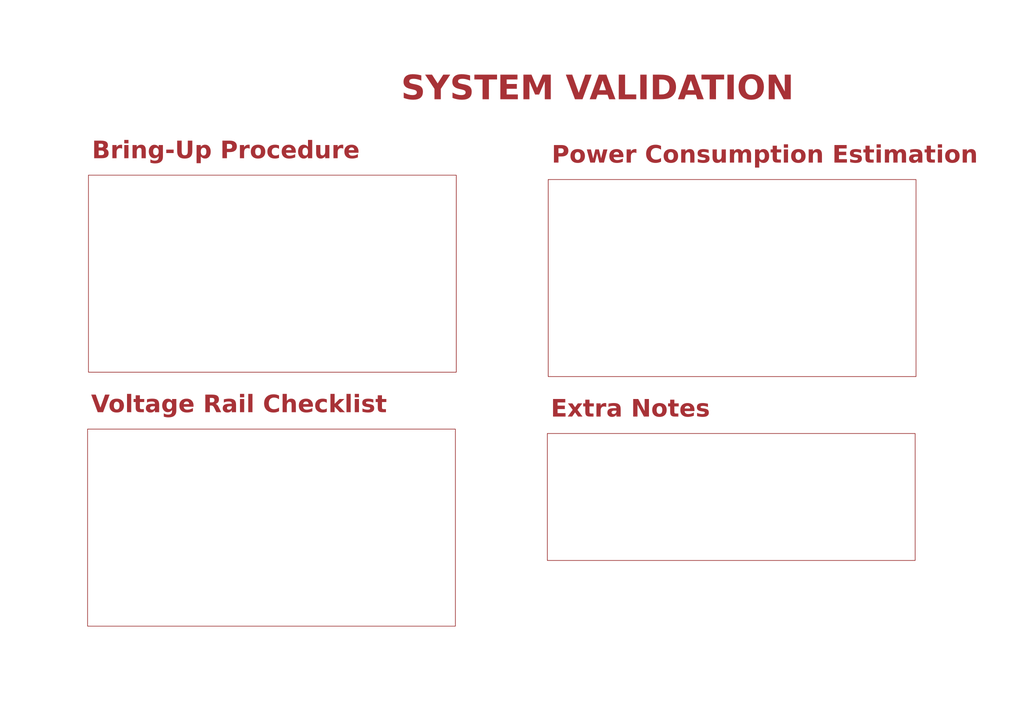
<source format=kicad_sch>
(kicad_sch
	(version 20250114)
	(generator "eeschema")
	(generator_version "9.0")
	(uuid "d4440dba-022e-49b2-97f2-6fc1871c7304")
	(paper "A4")
	(title_block
		(title "Block Diagram")
		(date "2025-04-06")
		(rev "${REVISION}")
		(company "${COMPANY}")
	)
	(lib_symbols)
	(rectangle
		(start 159.004 52.07)
		(end 265.684 109.22)
		(stroke
			(width 0)
			(type solid)
			(color 132 0 0 1)
		)
		(fill
			(type none)
		)
		(uuid 121e445c-4fb4-4b13-8db2-5a15b39b1f73)
	)
	(rectangle
		(start 25.4 124.46)
		(end 132.08 181.61)
		(stroke
			(width 0)
			(type solid)
			(color 132 0 0 1)
		)
		(fill
			(type none)
		)
		(uuid 31de6e55-86f9-486c-a728-1a34a8cd6d5c)
	)
	(rectangle
		(start 158.75 125.73)
		(end 265.43 162.56)
		(stroke
			(width 0)
			(type solid)
			(color 132 0 0 1)
		)
		(fill
			(type none)
		)
		(uuid 3e4c9119-09e3-42f9-a071-c79c30590092)
	)
	(rectangle
		(start 25.654 50.8)
		(end 132.334 107.95)
		(stroke
			(width 0)
			(type solid)
			(color 132 0 0 1)
		)
		(fill
			(type none)
		)
		(uuid 6f420571-3ce1-42cd-a8d1-5f8ea16c63fd)
	)
	(text "Bring-Up Procedure"
		(exclude_from_sim no)
		(at 26.67 48.26 0)
		(effects
			(font
				(face "Agency FB")
				(size 5 5)
				(bold yes)
				(color 162 38 43 0.9411764706)
			)
			(justify left bottom)
		)
		(uuid "20694983-2c8f-43a7-a67d-29cbfcc92da7")
	)
	(text "Power Consumption Estimation"
		(exclude_from_sim no)
		(at 160.02 49.53 0)
		(effects
			(font
				(face "Agency FB")
				(size 5 5)
				(bold yes)
				(color 162 38 43 0.9411764706)
			)
			(justify left bottom)
		)
		(uuid "2299edc0-5538-4436-b892-5a6ed29a13ce")
	)
	(text "SYSTEM VALIDATION"
		(exclude_from_sim no)
		(at 116.332 32.004 0)
		(effects
			(font
				(face "Agency FB")
				(size 7 7)
				(thickness 1)
				(bold yes)
				(color 162 38 43 0.9411764706)
			)
			(justify left bottom)
		)
		(uuid "7e882f1b-d0cc-4573-92a3-f932f531edfa")
	)
	(text "Voltage Rail Checklist"
		(exclude_from_sim no)
		(at 26.416 121.92 0)
		(effects
			(font
				(face "Agency FB")
				(size 5 5)
				(bold yes)
				(color 162 38 43 0.9411764706)
			)
			(justify left bottom)
		)
		(uuid "bfc45913-4fa8-40c4-985b-472a4cea8557")
	)
	(text "Extra Notes"
		(exclude_from_sim no)
		(at 159.766 123.19 0)
		(effects
			(font
				(face "Agency FB")
				(size 5 5)
				(bold yes)
				(color 162 38 43 0.9411764706)
			)
			(justify left bottom)
		)
		(uuid "f567c871-6fe7-460d-950e-d136601afe09")
	)
)

</source>
